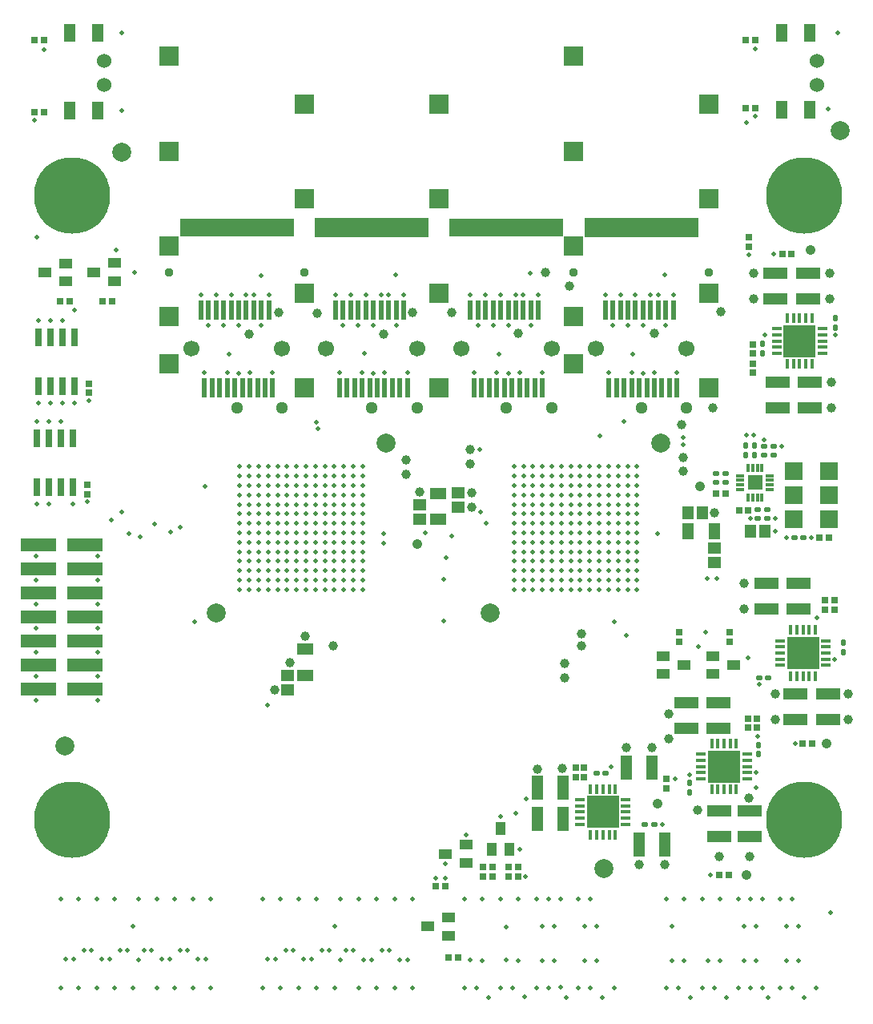
<source format=gts>
%FSLAX44Y44*%
%MOMM*%
G71*
G01*
G75*
G04 Layer_Color=8388736*
%ADD10C,0.2032*%
%ADD11R,1.6000X1.6000*%
%ADD12R,0.2800X0.8000*%
%ADD13R,0.8000X0.2800*%
%ADD14R,0.6000X0.6000*%
%ADD15R,0.6000X0.6000*%
%ADD16R,1.4000X1.0000*%
G04:AMPARAMS|DCode=17|XSize=0.5mm|YSize=0.6mm|CornerRadius=0.125mm|HoleSize=0mm|Usage=FLASHONLY|Rotation=0.000|XOffset=0mm|YOffset=0mm|HoleType=Round|Shape=RoundedRectangle|*
%AMROUNDEDRECTD17*
21,1,0.5000,0.3500,0,0,0.0*
21,1,0.2500,0.6000,0,0,0.0*
1,1,0.2500,0.1250,-0.1750*
1,1,0.2500,-0.1250,-0.1750*
1,1,0.2500,-0.1250,0.1750*
1,1,0.2500,0.1250,0.1750*
%
%ADD17ROUNDEDRECTD17*%
%ADD18R,2.6000X1.1000*%
G04:AMPARAMS|DCode=19|XSize=0.5mm|YSize=0.6mm|CornerRadius=0.125mm|HoleSize=0mm|Usage=FLASHONLY|Rotation=270.000|XOffset=0mm|YOffset=0mm|HoleType=Round|Shape=RoundedRectangle|*
%AMROUNDEDRECTD19*
21,1,0.5000,0.3500,0,0,270.0*
21,1,0.2500,0.6000,0,0,270.0*
1,1,0.2500,-0.1750,-0.1250*
1,1,0.2500,-0.1750,0.1250*
1,1,0.2500,0.1750,0.1250*
1,1,0.2500,0.1750,-0.1250*
%
%ADD19ROUNDEDRECTD19*%
%ADD20R,1.1000X1.3500*%
%ADD21R,1.0000X1.4000*%
%ADD22R,1.4000X1.1000*%
%ADD23R,1.1500X1.8000*%
%ADD24R,0.9500X0.3500*%
%ADD25R,0.3500X0.9500*%
%ADD26R,3.3000X3.3000*%
%ADD27R,0.6000X1.8000*%
%ADD28R,0.5000X2.0000*%
%ADD29R,1.1000X1.4000*%
%ADD30R,1.1500X1.7000*%
%ADD31R,3.3000X3.3000*%
%ADD32R,1.1000X2.6000*%
%ADD33R,1.7000X1.1500*%
%ADD34C,0.4500*%
%ADD35C,1.0000*%
%ADD36R,12.0500X2.0000*%
%ADD37R,1.8000X1.8000*%
%ADD38R,3.6800X1.2700*%
%ADD39C,0.2540*%
%ADD40C,0.1270*%
%ADD41C,0.5080*%
%ADD42C,0.1524*%
%ADD43C,0.3048*%
%ADD44C,0.5000*%
%ADD45C,1.2700*%
%ADD46C,0.3810*%
%ADD47C,1.6500*%
%ADD48C,1.4732*%
%ADD49C,1.2802*%
%ADD50C,0.9500*%
%ADD51R,2.0000X2.0000*%
%ADD52C,8.0000*%
%ADD53C,0.5080*%
%ADD54C,0.4928*%
%ADD55C,0.6600*%
%ADD56C,1.0160*%
%ADD57C,1.0080*%
%ADD58C,2.0580*%
%ADD59C,2.0320*%
%ADD60C,1.4580*%
%ADD61C,1.5580*%
%ADD62C,1.6764*%
%ADD63C,4.3180*%
%ADD64C,0.7620*%
%ADD65C,0.1000*%
%ADD66C,0.1016*%
%ADD67C,0.8380*%
%ADD68R,0.4064X2.1590*%
%ADD69R,18.0340X0.5080*%
%ADD70C,0.2500*%
%ADD71C,0.6000*%
%ADD72C,0.2000*%
%ADD73R,1.1200X1.1200*%
%ADD74R,2.3100X2.3100*%
%ADD75R,2.3100X2.3100*%
%ADD76R,1.6508X1.6508*%
%ADD77R,0.3308X0.8508*%
%ADD78R,0.8508X0.3308*%
%ADD79R,0.6508X0.6508*%
%ADD80R,0.6508X0.6508*%
%ADD81R,1.4508X1.0508*%
G04:AMPARAMS|DCode=82|XSize=0.5508mm|YSize=0.6508mm|CornerRadius=0.1504mm|HoleSize=0mm|Usage=FLASHONLY|Rotation=0.000|XOffset=0mm|YOffset=0mm|HoleType=Round|Shape=RoundedRectangle|*
%AMROUNDEDRECTD82*
21,1,0.5508,0.3500,0,0,0.0*
21,1,0.2500,0.6508,0,0,0.0*
1,1,0.3008,0.1250,-0.1750*
1,1,0.3008,-0.1250,-0.1750*
1,1,0.3008,-0.1250,0.1750*
1,1,0.3008,0.1250,0.1750*
%
%ADD82ROUNDEDRECTD82*%
%ADD83R,2.6508X1.1508*%
G04:AMPARAMS|DCode=84|XSize=0.5508mm|YSize=0.6508mm|CornerRadius=0.1504mm|HoleSize=0mm|Usage=FLASHONLY|Rotation=270.000|XOffset=0mm|YOffset=0mm|HoleType=Round|Shape=RoundedRectangle|*
%AMROUNDEDRECTD84*
21,1,0.5508,0.3500,0,0,270.0*
21,1,0.2500,0.6508,0,0,270.0*
1,1,0.3008,-0.1750,-0.1250*
1,1,0.3008,-0.1750,0.1250*
1,1,0.3008,0.1750,0.1250*
1,1,0.3008,0.1750,-0.1250*
%
%ADD84ROUNDEDRECTD84*%
%ADD85R,1.1508X1.4008*%
%ADD86R,1.0508X1.4508*%
%ADD87R,1.4508X1.1508*%
%ADD88R,1.2008X1.8508*%
%ADD89R,1.0008X0.4008*%
%ADD90R,0.4008X1.0008*%
%ADD91R,3.3508X3.3508*%
%ADD92R,0.6508X1.8508*%
%ADD93R,0.5508X2.0508*%
%ADD94R,1.1508X1.4508*%
%ADD95R,1.2008X1.7508*%
%ADD96R,3.3508X3.3508*%
%ADD97R,1.1508X2.6508*%
%ADD98R,1.7508X1.2008*%
%ADD99C,0.5008*%
%ADD100C,2.0000*%
%ADD101R,11.9992X1.9492*%
%ADD102R,1.8508X1.8508*%
%ADD103R,3.7308X1.3208*%
%ADD104C,1.0508*%
%ADD105C,1.7008*%
%ADD106C,1.5240*%
%ADD107C,0.0508*%
%ADD108C,8.0508*%
D35*
X600964Y405638D02*
D03*
X865162Y684060D02*
D03*
X783628Y799630D02*
D03*
Y772630D02*
D03*
X863482Y772550D02*
D03*
X863388Y799550D02*
D03*
X865416Y657060D02*
D03*
X742050Y546608D02*
D03*
X739782Y657306D02*
D03*
X706846Y639370D02*
D03*
X709104Y604896D02*
D03*
Y589896D02*
D03*
X583918Y371722D02*
D03*
Y386722D02*
D03*
X601258Y418750D02*
D03*
X430022Y568514D02*
D03*
X485068Y552316D02*
D03*
Y567316D02*
D03*
X483652Y613154D02*
D03*
Y598154D02*
D03*
X416232Y587232D02*
D03*
Y602232D02*
D03*
X338498Y405270D02*
D03*
X309350Y415946D02*
D03*
X277000Y359000D02*
D03*
X293000Y388000D02*
D03*
X773500Y471500D02*
D03*
Y444500D02*
D03*
X806000Y354500D02*
D03*
X883000D02*
D03*
Y327500D02*
D03*
X806000D02*
D03*
X779000Y183000D02*
D03*
X747000D02*
D03*
X724000Y232000D02*
D03*
X689500Y174500D02*
D03*
X662500D02*
D03*
X693420Y334010D02*
D03*
X693614Y307788D02*
D03*
X675500Y298106D02*
D03*
X648500D02*
D03*
X581000Y276000D02*
D03*
X554500Y275500D02*
D03*
X778000Y245000D02*
D03*
X322072Y757428D02*
D03*
X281132Y758190D02*
D03*
X249500Y735000D02*
D03*
X392318Y734640D02*
D03*
X464322Y758018D02*
D03*
X422500Y758000D02*
D03*
X589000Y785500D02*
D03*
X563000Y800500D02*
D03*
X534318Y735640D02*
D03*
X748902Y758604D02*
D03*
X678500Y736000D02*
D03*
D36*
X664469Y847400D02*
D03*
X379469D02*
D03*
D49*
X664369Y657400D02*
D03*
X712369D02*
D03*
X569869D02*
D03*
X521869D02*
D03*
X427369D02*
D03*
X379369D02*
D03*
X236869D02*
D03*
X284869D02*
D03*
D50*
X165669Y800400D02*
D03*
X308169D02*
D03*
X593169D02*
D03*
X735669Y800400D02*
D03*
D51*
X165669Y1028400D02*
D03*
Y928400D02*
D03*
X165669Y828400D02*
D03*
Y753400D02*
D03*
X165669Y703400D02*
D03*
X593169Y1028400D02*
D03*
Y928400D02*
D03*
X593169Y828400D02*
D03*
Y753400D02*
D03*
X593169Y703400D02*
D03*
X308169Y978400D02*
D03*
X735669Y678400D02*
D03*
X735669Y778400D02*
D03*
X735669Y878400D02*
D03*
Y978400D02*
D03*
X450669Y678400D02*
D03*
Y778400D02*
D03*
Y878400D02*
D03*
Y978400D02*
D03*
X308169Y878400D02*
D03*
X308169Y778400D02*
D03*
X308169Y678400D02*
D03*
D54*
X65278Y760476D02*
D03*
X775462Y958342D02*
D03*
X732282Y420370D02*
D03*
X115570Y971042D02*
D03*
X128778Y800608D02*
D03*
X109474Y823722D02*
D03*
X33020Y1035812D02*
D03*
X25400Y837184D02*
D03*
X115570Y546862D02*
D03*
X104648Y538734D02*
D03*
X744220Y477012D02*
D03*
X777494Y393192D02*
D03*
X724662Y404876D02*
D03*
X648970Y416560D02*
D03*
X784860Y965454D02*
D03*
X785114Y1036066D02*
D03*
X123190Y524256D02*
D03*
X733806Y477012D02*
D03*
X636016Y431038D02*
D03*
X268979Y342646D02*
D03*
X541782Y162052D02*
D03*
X708914Y618236D02*
D03*
Y626212D02*
D03*
X646000Y643000D02*
D03*
X620776Y627634D02*
D03*
X457962Y498856D02*
D03*
X455422Y475742D02*
D03*
X135128Y520954D02*
D03*
X806186Y527040D02*
D03*
X818388Y519938D02*
D03*
X844477D02*
D03*
X812710Y616294D02*
D03*
X806422Y540540D02*
D03*
X780170Y540140D02*
D03*
X794274Y623554D02*
D03*
X795274Y734314D02*
D03*
X804420Y819914D02*
D03*
X869696Y734060D02*
D03*
X321000Y642000D02*
D03*
X494000Y613000D02*
D03*
X849449Y44269D02*
D03*
X177000Y531000D02*
D03*
X203000Y574000D02*
D03*
X115400Y1053000D02*
D03*
X150000Y534000D02*
D03*
X167000Y526000D02*
D03*
X464000Y522000D02*
D03*
X495000Y547000D02*
D03*
X862000Y973000D02*
D03*
X872000Y1053000D02*
D03*
X642369Y776150D02*
D03*
X23000Y961276D02*
D03*
X246869Y776150D02*
D03*
X238869Y744650D02*
D03*
X230869Y776150D02*
D03*
X674369D02*
D03*
X666369Y744650D02*
D03*
X658369Y776150D02*
D03*
X531869D02*
D03*
X523869Y744650D02*
D03*
X515869Y776150D02*
D03*
X389369D02*
D03*
X381369Y744650D02*
D03*
X373369Y776150D02*
D03*
X500888Y534920D02*
D03*
X681344Y524438D02*
D03*
X778000Y819162D02*
D03*
X391922Y524256D02*
D03*
Y514256D02*
D03*
X222869Y744650D02*
D03*
X214869Y776150D02*
D03*
X206869Y744650D02*
D03*
X198869Y776150D02*
D03*
X254869D02*
D03*
X262869Y744650D02*
D03*
X270869Y776150D02*
D03*
X630369Y694150D02*
D03*
X654369D02*
D03*
X678369D02*
D03*
X702369D02*
D03*
X202869D02*
D03*
X226869D02*
D03*
X250869D02*
D03*
X274869D02*
D03*
X698369Y776150D02*
D03*
X690369Y744650D02*
D03*
X682369Y776150D02*
D03*
X626369D02*
D03*
X634369Y744650D02*
D03*
X650369D02*
D03*
X413369Y776150D02*
D03*
X405369Y744650D02*
D03*
X397369Y776150D02*
D03*
X341369D02*
D03*
X349369Y744650D02*
D03*
X357369Y776150D02*
D03*
X365369Y744650D02*
D03*
X507869D02*
D03*
X499869Y776150D02*
D03*
X491869Y744650D02*
D03*
X483869Y776150D02*
D03*
X539869D02*
D03*
X547869Y744650D02*
D03*
X555869Y776150D02*
D03*
X559869Y694150D02*
D03*
X535869D02*
D03*
X511869D02*
D03*
X487869D02*
D03*
X417369D02*
D03*
X393369D02*
D03*
X369369D02*
D03*
X345369D02*
D03*
X457724Y175504D02*
D03*
X516000Y225322D02*
D03*
X479724Y205584D02*
D03*
X535790Y191000D02*
D03*
X457000Y159750D02*
D03*
X447000D02*
D03*
X521789Y108785D02*
D03*
X700000Y265000D02*
D03*
X79254Y558034D02*
D03*
X80264Y664972D02*
D03*
X26950Y662550D02*
D03*
X39650D02*
D03*
X52350D02*
D03*
X65050D02*
D03*
X26950Y749450D02*
D03*
X39650D02*
D03*
X52350D02*
D03*
X51350Y642450D02*
D03*
X38650D02*
D03*
X25950D02*
D03*
X64050Y555550D02*
D03*
X38650D02*
D03*
X25950D02*
D03*
X90000Y500300D02*
D03*
Y474900D02*
D03*
Y449500D02*
D03*
Y424100D02*
D03*
Y398700D02*
D03*
Y373300D02*
D03*
Y347900D02*
D03*
X25000D02*
D03*
Y373300D02*
D03*
Y398700D02*
D03*
Y424100D02*
D03*
Y449500D02*
D03*
Y474900D02*
D03*
Y500300D02*
D03*
X827250Y302000D02*
D03*
X737362Y163830D02*
D03*
X788952Y364860D02*
D03*
X869122Y391526D02*
D03*
X850000Y435000D02*
D03*
X785622Y271526D02*
D03*
X785876Y255524D02*
D03*
X787146Y310388D02*
D03*
X836749Y34363D02*
D03*
X798649D02*
D03*
X754126Y34290D02*
D03*
X716099Y34363D02*
D03*
X623062Y34290D02*
D03*
X585470D02*
D03*
X540839Y34471D02*
D03*
X502920Y34290D02*
D03*
X302079Y138357D02*
D03*
X50619Y44377D02*
D03*
X69669Y44269D02*
D03*
X88719Y44523D02*
D03*
X107769Y44269D02*
D03*
X126819D02*
D03*
X152219Y44377D02*
D03*
X171269D02*
D03*
X190319Y44269D02*
D03*
X209369D02*
D03*
Y138357D02*
D03*
X107769Y138249D02*
D03*
X88719D02*
D03*
X69669D02*
D03*
X50546Y138430D02*
D03*
X64132Y74422D02*
D03*
X56156D02*
D03*
X75206Y83820D02*
D03*
X102232Y74422D02*
D03*
X94256D02*
D03*
X203832D02*
D03*
X195856D02*
D03*
X184782Y83820D02*
D03*
X176806D02*
D03*
X165732Y74422D02*
D03*
X146682Y84074D02*
D03*
X138706D02*
D03*
X269516Y74422D02*
D03*
X277492D02*
D03*
X288566Y83820D02*
D03*
X296542D02*
D03*
X307616Y74422D02*
D03*
X315592D02*
D03*
X326666Y83820D02*
D03*
X334642D02*
D03*
X83182D02*
D03*
X113306Y84074D02*
D03*
X121282D02*
D03*
X409216Y74168D02*
D03*
X417192D02*
D03*
X352066Y83566D02*
D03*
X360042D02*
D03*
X371116Y74168D02*
D03*
X379092D02*
D03*
X390166Y83820D02*
D03*
X398142D02*
D03*
X263979Y138249D02*
D03*
X283029Y138357D02*
D03*
X321129Y138249D02*
D03*
X346529Y138357D02*
D03*
X365579D02*
D03*
X403679D02*
D03*
X422729Y138249D02*
D03*
X263979Y44377D02*
D03*
X283029Y44269D02*
D03*
X302079D02*
D03*
X321129D02*
D03*
X340179Y44377D02*
D03*
X365579Y44269D02*
D03*
X384629D02*
D03*
X403679Y44377D02*
D03*
X422729Y44269D02*
D03*
X477339Y138357D02*
D03*
X496389D02*
D03*
X515439D02*
D03*
X534489D02*
D03*
X553539D02*
D03*
X578939D02*
D03*
X597989D02*
D03*
X477339Y44269D02*
D03*
X515439Y44377D02*
D03*
X553539Y44269D02*
D03*
X572589Y109039D02*
D03*
X604339D02*
D03*
X483689Y73479D02*
D03*
X521789D02*
D03*
X346529D02*
D03*
X340179Y109293D02*
D03*
X559889Y109039D02*
D03*
X566239Y138357D02*
D03*
X610689D02*
D03*
X617039Y109039D02*
D03*
X133169Y73587D02*
D03*
X126819Y108966D02*
D03*
X490039Y44269D02*
D03*
X496389Y73333D02*
D03*
X528139Y44269D02*
D03*
X534489Y73333D02*
D03*
X559889Y73225D02*
D03*
X566239Y44269D02*
D03*
X572589Y73333D02*
D03*
X578939Y44631D02*
D03*
X597989Y44377D02*
D03*
X604339Y73333D02*
D03*
X610689Y44269D02*
D03*
X617039Y73225D02*
D03*
X636089Y44377D02*
D03*
X690699Y138357D02*
D03*
X697049Y109039D02*
D03*
X709749Y138249D02*
D03*
X728799D02*
D03*
X747849D02*
D03*
X766899Y138357D02*
D03*
X773249Y109039D02*
D03*
X779599Y138357D02*
D03*
X785949Y109039D02*
D03*
X792299Y138357D02*
D03*
X811349D02*
D03*
X817699Y109039D02*
D03*
X824049Y138357D02*
D03*
X830399Y109039D02*
D03*
X690699Y44269D02*
D03*
X697049Y73333D02*
D03*
X703399Y44269D02*
D03*
X709749Y73333D02*
D03*
X728799Y44269D02*
D03*
X735149Y73333D02*
D03*
X741499Y44523D02*
D03*
X747849Y73333D02*
D03*
X766899Y44377D02*
D03*
X773249Y73333D02*
D03*
X779599Y44269D02*
D03*
X785949Y73333D02*
D03*
X792299Y44269D02*
D03*
X811349Y44377D02*
D03*
X817699Y73333D02*
D03*
X824049Y44269D02*
D03*
X830399Y73333D02*
D03*
X384629Y138357D02*
D03*
X190319Y138249D02*
D03*
X171269D02*
D03*
X152219Y138357D02*
D03*
X133169Y138103D02*
D03*
X157756Y74422D02*
D03*
X633000Y278000D02*
D03*
X687000Y217000D02*
D03*
X715678Y269524D02*
D03*
X864235Y123571D02*
D03*
X192532Y431292D02*
D03*
X455930Y431546D02*
D03*
X531876Y228854D02*
D03*
X542798Y243586D02*
D03*
X228869Y713888D02*
D03*
X239014Y693420D02*
D03*
X381514D02*
D03*
X524014D02*
D03*
X666514D02*
D03*
X371869Y714888D02*
D03*
X513869Y713888D02*
D03*
X655869D02*
D03*
X547223Y798977D02*
D03*
X405223Y797977D02*
D03*
X262223Y796977D02*
D03*
X689609Y797977D02*
D03*
X323000Y635000D02*
D03*
X775665Y628650D02*
D03*
X783641D02*
D03*
X436118Y524764D02*
D03*
D76*
X784670Y578040D02*
D03*
D77*
X777170Y593540D02*
D03*
X782170D02*
D03*
X787170D02*
D03*
X792170D02*
D03*
Y562540D02*
D03*
X787170D02*
D03*
X782170D02*
D03*
X777170D02*
D03*
D78*
X800170Y585540D02*
D03*
Y580540D02*
D03*
Y575540D02*
D03*
Y570540D02*
D03*
X769170D02*
D03*
Y575540D02*
D03*
Y580540D02*
D03*
Y585540D02*
D03*
D79*
X104822Y769366D02*
D03*
X94822D02*
D03*
X49864D02*
D03*
X59864D02*
D03*
X777670Y549040D02*
D03*
X767670D02*
D03*
X852758Y519938D02*
D03*
X862758D02*
D03*
X746708Y163576D02*
D03*
X756708D02*
D03*
X777000Y329000D02*
D03*
X787000D02*
D03*
X777000Y319000D02*
D03*
X787000D02*
D03*
X845000Y302000D02*
D03*
X835000D02*
D03*
X859000Y454000D02*
D03*
X869000D02*
D03*
X447000Y152000D02*
D03*
X457000D02*
D03*
X859000Y444000D02*
D03*
X869000D02*
D03*
X461000Y76000D02*
D03*
X471000D02*
D03*
X33000Y1045400D02*
D03*
X23000D02*
D03*
Y969400D02*
D03*
X33000D02*
D03*
X775000Y1045400D02*
D03*
X785000D02*
D03*
Y973400D02*
D03*
X775000D02*
D03*
X823388Y819912D02*
D03*
X813388D02*
D03*
X743284Y566166D02*
D03*
X753284D02*
D03*
D80*
X758190Y410290D02*
D03*
Y420290D02*
D03*
X704850Y410290D02*
D03*
Y420290D02*
D03*
X691000Y265000D02*
D03*
Y255000D02*
D03*
X782828Y704118D02*
D03*
Y694118D02*
D03*
Y724438D02*
D03*
Y714438D02*
D03*
X595000Y267000D02*
D03*
Y277000D02*
D03*
X778002Y827612D02*
D03*
Y837612D02*
D03*
X604000Y267000D02*
D03*
Y277000D02*
D03*
X80264Y672926D02*
D03*
Y682926D02*
D03*
X79254Y565984D02*
D03*
Y575984D02*
D03*
X524000Y172000D02*
D03*
Y162000D02*
D03*
X534000D02*
D03*
Y172000D02*
D03*
X497000Y162000D02*
D03*
Y172000D02*
D03*
X506984Y172132D02*
D03*
Y162132D02*
D03*
D81*
X740111Y394905D02*
D03*
Y375905D02*
D03*
X762111Y385405D02*
D03*
X687787Y394905D02*
D03*
Y375905D02*
D03*
X709787Y385405D02*
D03*
X107774Y791108D02*
D03*
Y810108D02*
D03*
X85774Y800608D02*
D03*
X56212Y790854D02*
D03*
Y809854D02*
D03*
X34212Y800354D02*
D03*
X457724Y185794D02*
D03*
X479724Y195294D02*
D03*
Y176294D02*
D03*
X461000Y99500D02*
D03*
Y118500D02*
D03*
X439000Y109000D02*
D03*
D82*
X792480Y724582D02*
D03*
Y714582D02*
D03*
X788000Y291000D02*
D03*
Y301000D02*
D03*
X715678Y250524D02*
D03*
Y260524D02*
D03*
X869696Y742014D02*
D03*
Y752014D02*
D03*
X878000Y409000D02*
D03*
Y399000D02*
D03*
X775274Y607294D02*
D03*
Y617294D02*
D03*
X784274Y607294D02*
D03*
Y617294D02*
D03*
D83*
X842518Y657060D02*
D03*
Y684060D02*
D03*
X808482Y657060D02*
D03*
Y684060D02*
D03*
X806450Y799630D02*
D03*
Y772630D02*
D03*
X831000Y471500D02*
D03*
Y444500D02*
D03*
X747000Y231500D02*
D03*
Y204500D02*
D03*
X712000Y345500D02*
D03*
Y318500D02*
D03*
X796500Y471500D02*
D03*
Y444500D02*
D03*
X779000Y231500D02*
D03*
Y204500D02*
D03*
X746000Y345500D02*
D03*
Y318500D02*
D03*
X862000Y354500D02*
D03*
Y327500D02*
D03*
X827000D02*
D03*
Y354500D02*
D03*
X840740Y799550D02*
D03*
Y772550D02*
D03*
D84*
X836186Y519928D02*
D03*
X826186D02*
D03*
X668000Y217000D02*
D03*
X678000D02*
D03*
X797670Y540540D02*
D03*
X787670D02*
D03*
X617000Y271000D02*
D03*
X627000D02*
D03*
X797670Y549540D02*
D03*
X787670D02*
D03*
X798952Y372110D02*
D03*
X788952D02*
D03*
X753284Y578358D02*
D03*
X743284D02*
D03*
X753284Y587502D02*
D03*
X743284D02*
D03*
X804274Y607294D02*
D03*
X794274D02*
D03*
X804274Y616294D02*
D03*
X794274D02*
D03*
D85*
X780170Y527040D02*
D03*
X795170D02*
D03*
D86*
X516000Y213000D02*
D03*
X525500Y191000D02*
D03*
X506500D02*
D03*
D87*
X290830Y374022D02*
D03*
Y359022D02*
D03*
X741834Y509150D02*
D03*
Y494150D02*
D03*
X430022Y539616D02*
D03*
Y554616D02*
D03*
X471170Y567316D02*
D03*
Y552316D02*
D03*
D88*
X813000Y1053400D02*
D03*
X843000D02*
D03*
X813000Y972400D02*
D03*
X843000D02*
D03*
X60000Y971400D02*
D03*
X90000D02*
D03*
X60000Y1053400D02*
D03*
X90000D02*
D03*
D89*
X727750Y291000D02*
D03*
Y284500D02*
D03*
Y278000D02*
D03*
Y271500D02*
D03*
Y265000D02*
D03*
X776250D02*
D03*
Y271500D02*
D03*
Y278000D02*
D03*
Y284500D02*
D03*
Y291000D02*
D03*
X648250Y217000D02*
D03*
Y223500D02*
D03*
Y230000D02*
D03*
Y236500D02*
D03*
Y243000D02*
D03*
X599750D02*
D03*
Y236500D02*
D03*
Y230000D02*
D03*
Y223500D02*
D03*
Y217000D02*
D03*
X859750Y411000D02*
D03*
Y404500D02*
D03*
Y398000D02*
D03*
Y391500D02*
D03*
Y385000D02*
D03*
X811250D02*
D03*
Y391500D02*
D03*
Y398000D02*
D03*
Y404500D02*
D03*
Y411000D02*
D03*
X807680Y714710D02*
D03*
Y721210D02*
D03*
Y727710D02*
D03*
Y734210D02*
D03*
Y740710D02*
D03*
X856180D02*
D03*
Y734210D02*
D03*
Y727710D02*
D03*
Y721210D02*
D03*
Y714710D02*
D03*
D90*
X739000Y253750D02*
D03*
X745500D02*
D03*
X752000D02*
D03*
X758500D02*
D03*
X765000D02*
D03*
Y302250D02*
D03*
X758500D02*
D03*
X752000D02*
D03*
X745500D02*
D03*
X739000D02*
D03*
X611000Y205750D02*
D03*
X617500D02*
D03*
X624000D02*
D03*
X630500D02*
D03*
X637000D02*
D03*
Y254250D02*
D03*
X630500D02*
D03*
X624000D02*
D03*
X617500D02*
D03*
X611000D02*
D03*
X822500Y422250D02*
D03*
X829000D02*
D03*
X835500D02*
D03*
X842000D02*
D03*
X848500D02*
D03*
Y373750D02*
D03*
X842000D02*
D03*
X835500D02*
D03*
X829000D02*
D03*
X822500D02*
D03*
X844930Y703460D02*
D03*
X838430D02*
D03*
X831930D02*
D03*
X825430D02*
D03*
X818930D02*
D03*
Y751960D02*
D03*
X825430D02*
D03*
X831930D02*
D03*
X838430D02*
D03*
X844930D02*
D03*
D91*
X752000Y278000D02*
D03*
X835500Y398000D02*
D03*
X831930Y727710D02*
D03*
D92*
X65050Y732000D02*
D03*
X52350D02*
D03*
X39650D02*
D03*
X26950D02*
D03*
X65050Y680000D02*
D03*
X52350D02*
D03*
X39650D02*
D03*
X26950D02*
D03*
X25950Y573000D02*
D03*
X38650D02*
D03*
X51350D02*
D03*
X64050D02*
D03*
X25950Y625000D02*
D03*
X38650D02*
D03*
X51350D02*
D03*
X64050D02*
D03*
D93*
X559869Y678400D02*
D03*
X487869D02*
D03*
X495869D02*
D03*
X503869D02*
D03*
X511869D02*
D03*
X519869D02*
D03*
X527869D02*
D03*
X535869D02*
D03*
X543869D02*
D03*
X551869D02*
D03*
X547869Y760400D02*
D03*
X539869D02*
D03*
X531869D02*
D03*
X523869D02*
D03*
X515869D02*
D03*
X507869D02*
D03*
X499869D02*
D03*
X491869D02*
D03*
X483869D02*
D03*
X555869Y760400D02*
D03*
X702369Y678400D02*
D03*
X630369D02*
D03*
X638369D02*
D03*
X646369D02*
D03*
X654369D02*
D03*
X662369D02*
D03*
X670369D02*
D03*
X678369D02*
D03*
X686369D02*
D03*
X694369D02*
D03*
X690369Y760400D02*
D03*
X682369D02*
D03*
X674369D02*
D03*
X666369D02*
D03*
X658369D02*
D03*
X650369D02*
D03*
X642369D02*
D03*
X634369D02*
D03*
X626369D02*
D03*
X698369Y760400D02*
D03*
X274869Y678400D02*
D03*
X202869D02*
D03*
X210869D02*
D03*
X218869D02*
D03*
X226869D02*
D03*
X234869D02*
D03*
X242869D02*
D03*
X250869D02*
D03*
X258869D02*
D03*
X266869D02*
D03*
X262869Y760400D02*
D03*
X254869D02*
D03*
X246869D02*
D03*
X238869D02*
D03*
X230869D02*
D03*
X222869D02*
D03*
X214869D02*
D03*
X206869D02*
D03*
X198869D02*
D03*
X270869Y760400D02*
D03*
X417369Y678400D02*
D03*
X345369D02*
D03*
X353369D02*
D03*
X361369D02*
D03*
X369369D02*
D03*
X377369D02*
D03*
X385369D02*
D03*
X393369D02*
D03*
X401369D02*
D03*
X409369D02*
D03*
X405369Y760400D02*
D03*
X397369D02*
D03*
X389369D02*
D03*
X381369D02*
D03*
X373369D02*
D03*
X365369D02*
D03*
X357369D02*
D03*
X349369D02*
D03*
X341369D02*
D03*
X413369Y760400D02*
D03*
D94*
X714114Y546608D02*
D03*
X729114D02*
D03*
D95*
X714214Y527050D02*
D03*
X741714D02*
D03*
D96*
X624000Y230000D02*
D03*
D97*
X554444Y223000D02*
D03*
X581444D02*
D03*
X554444Y255524D02*
D03*
X581444D02*
D03*
X662500Y196000D02*
D03*
X689500D02*
D03*
X648500Y276606D02*
D03*
X675500D02*
D03*
D98*
X309372Y402116D02*
D03*
Y374616D02*
D03*
X450088Y539462D02*
D03*
Y566962D02*
D03*
D99*
X370000Y595000D02*
D03*
Y585000D02*
D03*
Y575000D02*
D03*
Y565000D02*
D03*
Y555000D02*
D03*
Y545000D02*
D03*
Y535000D02*
D03*
Y525000D02*
D03*
Y515000D02*
D03*
Y505000D02*
D03*
Y495000D02*
D03*
Y485000D02*
D03*
Y475000D02*
D03*
Y465000D02*
D03*
X360000Y595000D02*
D03*
Y585000D02*
D03*
Y575000D02*
D03*
Y565000D02*
D03*
Y555000D02*
D03*
Y545000D02*
D03*
Y535000D02*
D03*
Y525000D02*
D03*
Y515000D02*
D03*
Y505000D02*
D03*
Y495000D02*
D03*
Y485000D02*
D03*
Y475000D02*
D03*
Y465000D02*
D03*
X350000Y595000D02*
D03*
Y585000D02*
D03*
Y575000D02*
D03*
Y565000D02*
D03*
Y555000D02*
D03*
Y545000D02*
D03*
Y535000D02*
D03*
Y525000D02*
D03*
Y515000D02*
D03*
Y505000D02*
D03*
Y495000D02*
D03*
Y485000D02*
D03*
Y475000D02*
D03*
Y465000D02*
D03*
X340000Y595000D02*
D03*
Y585000D02*
D03*
Y575000D02*
D03*
Y565000D02*
D03*
Y555000D02*
D03*
Y545000D02*
D03*
Y535000D02*
D03*
Y525000D02*
D03*
Y515000D02*
D03*
Y505000D02*
D03*
Y495000D02*
D03*
Y485000D02*
D03*
Y475000D02*
D03*
Y465000D02*
D03*
X330000Y595000D02*
D03*
Y585000D02*
D03*
Y575000D02*
D03*
Y565000D02*
D03*
Y555000D02*
D03*
Y545000D02*
D03*
Y535000D02*
D03*
Y525000D02*
D03*
Y515000D02*
D03*
Y505000D02*
D03*
Y495000D02*
D03*
Y485000D02*
D03*
Y475000D02*
D03*
Y465000D02*
D03*
X320000Y595000D02*
D03*
Y585000D02*
D03*
Y575000D02*
D03*
Y565000D02*
D03*
Y555000D02*
D03*
Y545000D02*
D03*
Y535000D02*
D03*
Y525000D02*
D03*
Y515000D02*
D03*
Y505000D02*
D03*
Y495000D02*
D03*
Y485000D02*
D03*
Y475000D02*
D03*
Y465000D02*
D03*
X310000Y595000D02*
D03*
Y585000D02*
D03*
Y575000D02*
D03*
Y565000D02*
D03*
Y555000D02*
D03*
Y545000D02*
D03*
Y535000D02*
D03*
Y525000D02*
D03*
Y515000D02*
D03*
Y505000D02*
D03*
Y495000D02*
D03*
Y485000D02*
D03*
Y475000D02*
D03*
Y465000D02*
D03*
X300000Y595000D02*
D03*
Y585000D02*
D03*
Y575000D02*
D03*
Y565000D02*
D03*
Y555000D02*
D03*
Y545000D02*
D03*
Y535000D02*
D03*
Y525000D02*
D03*
Y515000D02*
D03*
Y505000D02*
D03*
Y495000D02*
D03*
Y485000D02*
D03*
Y475000D02*
D03*
Y465000D02*
D03*
X290000Y595000D02*
D03*
Y585000D02*
D03*
Y575000D02*
D03*
Y565000D02*
D03*
Y555000D02*
D03*
Y545000D02*
D03*
Y535000D02*
D03*
Y525000D02*
D03*
Y515000D02*
D03*
Y505000D02*
D03*
Y495000D02*
D03*
Y485000D02*
D03*
Y475000D02*
D03*
Y465000D02*
D03*
X280000Y595000D02*
D03*
Y585000D02*
D03*
Y575000D02*
D03*
Y565000D02*
D03*
Y555000D02*
D03*
Y545000D02*
D03*
Y535000D02*
D03*
Y525000D02*
D03*
Y515000D02*
D03*
Y505000D02*
D03*
Y495000D02*
D03*
Y485000D02*
D03*
Y475000D02*
D03*
Y465000D02*
D03*
X270000Y595000D02*
D03*
Y585000D02*
D03*
Y575000D02*
D03*
Y565000D02*
D03*
Y555000D02*
D03*
Y545000D02*
D03*
Y535000D02*
D03*
Y525000D02*
D03*
Y515000D02*
D03*
Y505000D02*
D03*
Y495000D02*
D03*
Y485000D02*
D03*
Y475000D02*
D03*
Y465000D02*
D03*
X260000Y595000D02*
D03*
Y585000D02*
D03*
Y575000D02*
D03*
Y565000D02*
D03*
Y555000D02*
D03*
Y545000D02*
D03*
Y535000D02*
D03*
Y525000D02*
D03*
Y515000D02*
D03*
Y505000D02*
D03*
Y495000D02*
D03*
Y485000D02*
D03*
Y475000D02*
D03*
Y465000D02*
D03*
X250000Y595000D02*
D03*
Y585000D02*
D03*
Y575000D02*
D03*
Y565000D02*
D03*
Y555000D02*
D03*
Y545000D02*
D03*
Y535000D02*
D03*
Y525000D02*
D03*
Y515000D02*
D03*
Y505000D02*
D03*
Y495000D02*
D03*
Y485000D02*
D03*
Y475000D02*
D03*
Y465000D02*
D03*
X240000Y595000D02*
D03*
Y585000D02*
D03*
Y575000D02*
D03*
Y565000D02*
D03*
Y555000D02*
D03*
Y545000D02*
D03*
Y535000D02*
D03*
Y525000D02*
D03*
Y515000D02*
D03*
Y505000D02*
D03*
Y495000D02*
D03*
Y485000D02*
D03*
Y475000D02*
D03*
Y465000D02*
D03*
X530000D02*
D03*
Y475000D02*
D03*
Y485000D02*
D03*
Y495000D02*
D03*
Y505000D02*
D03*
Y515000D02*
D03*
Y525000D02*
D03*
Y535000D02*
D03*
Y545000D02*
D03*
Y555000D02*
D03*
Y565000D02*
D03*
Y575000D02*
D03*
Y585000D02*
D03*
Y595000D02*
D03*
X540000Y465000D02*
D03*
Y475000D02*
D03*
Y485000D02*
D03*
Y495000D02*
D03*
Y505000D02*
D03*
Y515000D02*
D03*
Y525000D02*
D03*
Y535000D02*
D03*
Y545000D02*
D03*
Y555000D02*
D03*
Y565000D02*
D03*
Y575000D02*
D03*
Y585000D02*
D03*
Y595000D02*
D03*
X550000Y465000D02*
D03*
Y475000D02*
D03*
Y485000D02*
D03*
Y495000D02*
D03*
Y505000D02*
D03*
Y515000D02*
D03*
Y525000D02*
D03*
Y535000D02*
D03*
Y545000D02*
D03*
Y555000D02*
D03*
Y565000D02*
D03*
Y575000D02*
D03*
Y585000D02*
D03*
Y595000D02*
D03*
X560000Y465000D02*
D03*
Y475000D02*
D03*
Y485000D02*
D03*
Y495000D02*
D03*
Y505000D02*
D03*
Y515000D02*
D03*
Y525000D02*
D03*
Y535000D02*
D03*
Y545000D02*
D03*
Y555000D02*
D03*
Y565000D02*
D03*
Y575000D02*
D03*
Y585000D02*
D03*
Y595000D02*
D03*
X570000Y465000D02*
D03*
Y475000D02*
D03*
Y485000D02*
D03*
Y495000D02*
D03*
Y505000D02*
D03*
Y515000D02*
D03*
Y525000D02*
D03*
Y535000D02*
D03*
Y545000D02*
D03*
Y555000D02*
D03*
Y565000D02*
D03*
Y575000D02*
D03*
Y585000D02*
D03*
Y595000D02*
D03*
X580000Y465000D02*
D03*
Y475000D02*
D03*
Y485000D02*
D03*
Y495000D02*
D03*
Y505000D02*
D03*
Y515000D02*
D03*
Y525000D02*
D03*
Y535000D02*
D03*
Y545000D02*
D03*
Y555000D02*
D03*
Y565000D02*
D03*
Y575000D02*
D03*
Y585000D02*
D03*
Y595000D02*
D03*
X590000Y465000D02*
D03*
Y475000D02*
D03*
Y485000D02*
D03*
Y495000D02*
D03*
Y505000D02*
D03*
Y515000D02*
D03*
Y525000D02*
D03*
Y535000D02*
D03*
Y545000D02*
D03*
Y555000D02*
D03*
Y565000D02*
D03*
Y575000D02*
D03*
Y585000D02*
D03*
Y595000D02*
D03*
X600000Y465000D02*
D03*
Y475000D02*
D03*
Y485000D02*
D03*
Y495000D02*
D03*
Y505000D02*
D03*
Y515000D02*
D03*
Y525000D02*
D03*
Y535000D02*
D03*
Y545000D02*
D03*
Y555000D02*
D03*
Y565000D02*
D03*
Y575000D02*
D03*
Y585000D02*
D03*
Y595000D02*
D03*
X610000Y465000D02*
D03*
Y475000D02*
D03*
Y485000D02*
D03*
Y495000D02*
D03*
Y505000D02*
D03*
Y515000D02*
D03*
Y525000D02*
D03*
Y535000D02*
D03*
Y545000D02*
D03*
Y555000D02*
D03*
Y565000D02*
D03*
Y575000D02*
D03*
Y585000D02*
D03*
Y595000D02*
D03*
X620000Y465000D02*
D03*
Y475000D02*
D03*
Y485000D02*
D03*
Y495000D02*
D03*
Y505000D02*
D03*
Y515000D02*
D03*
Y525000D02*
D03*
Y535000D02*
D03*
Y545000D02*
D03*
Y555000D02*
D03*
Y565000D02*
D03*
Y575000D02*
D03*
Y585000D02*
D03*
Y595000D02*
D03*
X630000Y465000D02*
D03*
Y475000D02*
D03*
Y485000D02*
D03*
Y495000D02*
D03*
Y505000D02*
D03*
Y515000D02*
D03*
Y525000D02*
D03*
Y535000D02*
D03*
Y545000D02*
D03*
Y555000D02*
D03*
Y565000D02*
D03*
Y575000D02*
D03*
Y585000D02*
D03*
Y595000D02*
D03*
X640000Y465000D02*
D03*
Y475000D02*
D03*
Y485000D02*
D03*
Y495000D02*
D03*
Y505000D02*
D03*
Y515000D02*
D03*
Y525000D02*
D03*
Y535000D02*
D03*
Y545000D02*
D03*
Y555000D02*
D03*
Y565000D02*
D03*
Y575000D02*
D03*
Y585000D02*
D03*
Y595000D02*
D03*
X650000Y465000D02*
D03*
Y475000D02*
D03*
Y485000D02*
D03*
Y495000D02*
D03*
Y505000D02*
D03*
Y515000D02*
D03*
Y525000D02*
D03*
Y535000D02*
D03*
Y545000D02*
D03*
Y555000D02*
D03*
Y565000D02*
D03*
Y575000D02*
D03*
Y585000D02*
D03*
Y595000D02*
D03*
X660000Y465000D02*
D03*
Y475000D02*
D03*
Y485000D02*
D03*
Y495000D02*
D03*
Y505000D02*
D03*
Y515000D02*
D03*
Y525000D02*
D03*
Y535000D02*
D03*
Y545000D02*
D03*
Y555000D02*
D03*
Y565000D02*
D03*
Y575000D02*
D03*
Y585000D02*
D03*
Y595000D02*
D03*
D100*
X395000Y620000D02*
D03*
X215000Y440000D02*
D03*
X505000D02*
D03*
X685000Y620000D02*
D03*
X55000Y300000D02*
D03*
X625000Y170000D02*
D03*
X875000Y950000D02*
D03*
X115000Y927000D02*
D03*
D101*
X521969Y847400D02*
D03*
X236919D02*
D03*
D102*
X825800Y539750D02*
D03*
Y565150D02*
D03*
Y590550D02*
D03*
X863300D02*
D03*
Y565150D02*
D03*
Y539750D02*
D03*
D103*
X76750Y410600D02*
D03*
Y385200D02*
D03*
Y359800D02*
D03*
Y486800D02*
D03*
Y461400D02*
D03*
Y436000D02*
D03*
Y512200D02*
D03*
X27250D02*
D03*
Y436000D02*
D03*
Y461400D02*
D03*
Y486800D02*
D03*
Y359800D02*
D03*
Y385200D02*
D03*
Y410600D02*
D03*
D104*
X427482Y513334D02*
D03*
X860298Y302006D02*
D03*
X682000Y239000D02*
D03*
X726948Y573786D02*
D03*
X775716Y163830D02*
D03*
X843534Y824230D02*
D03*
D105*
X473869Y719400D02*
D03*
X569869D02*
D03*
X616369D02*
D03*
X712369D02*
D03*
X188869D02*
D03*
X284869D02*
D03*
X331369D02*
D03*
X427369D02*
D03*
D106*
X850000Y1023800D02*
D03*
Y998400D02*
D03*
X97000Y1023800D02*
D03*
Y998400D02*
D03*
D107*
X872744Y70866D02*
D03*
X26924D02*
D03*
D108*
X63065Y881761D02*
D03*
X836965D02*
D03*
X63065Y222123D02*
D03*
X836965D02*
D03*
M02*

</source>
